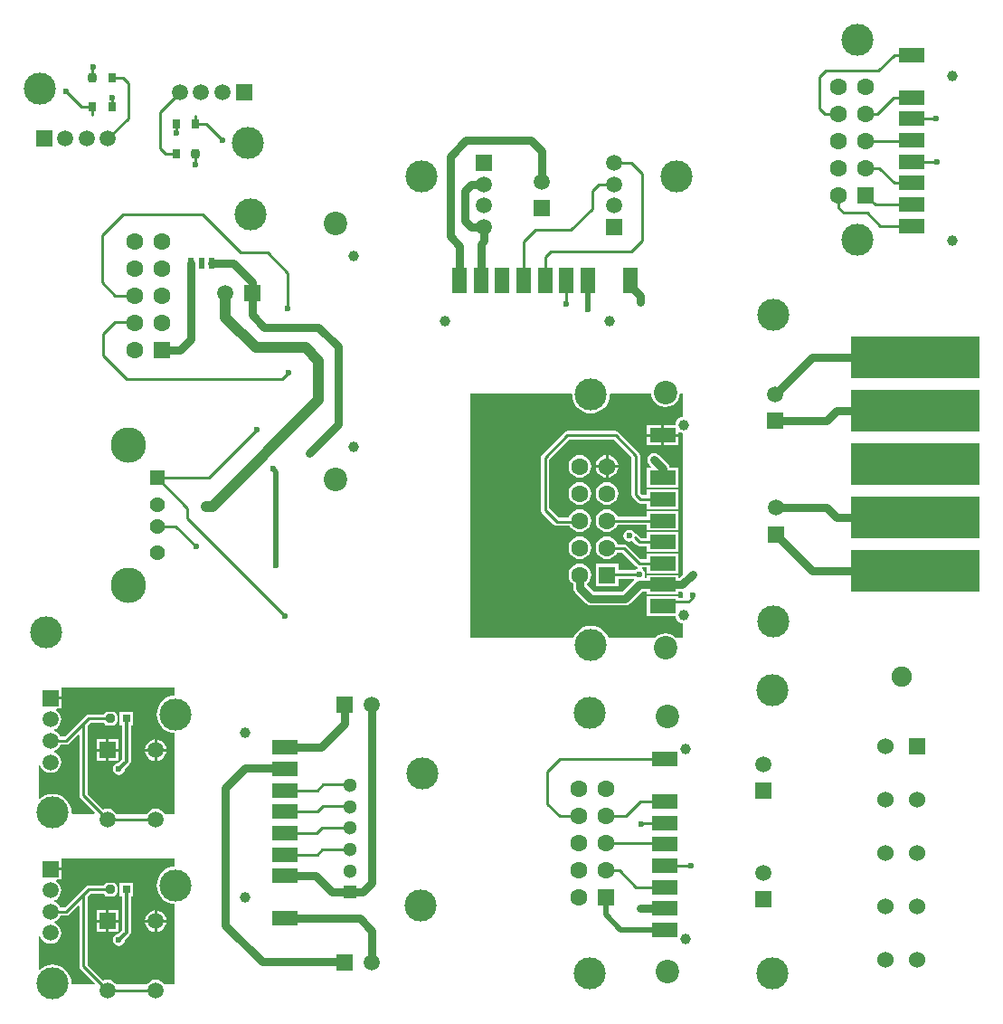
<source format=gbl>
G04*
G04 #@! TF.GenerationSoftware,Altium Limited,Altium Designer,20.1.8 (145)*
G04*
G04 Layer_Physical_Order=2*
G04 Layer_Color=16711680*
%FSLAX25Y25*%
%MOIN*%
G70*
G04*
G04 #@! TF.SameCoordinates,B35A1E83-565F-458B-9861-D0C388072C63*
G04*
G04*
G04 #@! TF.FilePolarity,Positive*
G04*
G01*
G75*
%ADD10C,0.01968*%
%ADD11C,0.02953*%
%ADD12C,0.01181*%
%ADD13C,0.01000*%
%ADD17R,0.47244X0.15748*%
%ADD19R,0.03150X0.03150*%
G04:AMPARAMS|DCode=20|XSize=31.5mil|YSize=31.5mil|CornerRadius=7.87mil|HoleSize=0mil|Usage=FLASHONLY|Rotation=0.000|XOffset=0mil|YOffset=0mil|HoleType=Round|Shape=RoundedRectangle|*
%AMROUNDEDRECTD20*
21,1,0.03150,0.01575,0,0,0.0*
21,1,0.01575,0.03150,0,0,0.0*
1,1,0.01575,0.00787,-0.00787*
1,1,0.01575,-0.00787,-0.00787*
1,1,0.01575,-0.00787,0.00787*
1,1,0.01575,0.00787,0.00787*
%
%ADD20ROUNDEDRECTD20*%
%ADD21R,0.09567X0.05236*%
%ADD28C,0.03937*%
%ADD33C,0.00122*%
%ADD34C,0.05906*%
%ADD35R,0.05906X0.05906*%
%ADD36R,0.05906X0.05906*%
%ADD37C,0.03937*%
%ADD38C,0.11811*%
%ADD39C,0.02362*%
%ADD40C,0.05118*%
%ADD41R,0.05118X0.05118*%
%ADD42C,0.07480*%
%ADD43R,0.06024X0.06024*%
%ADD44C,0.06024*%
%ADD45C,0.06299*%
%ADD46R,0.06299X0.06299*%
%ADD47C,0.08661*%
%ADD48R,0.05622X0.05622*%
%ADD49C,0.05622*%
%ADD50C,0.13055*%
%ADD51R,0.05236X0.09567*%
%ADD52C,0.03000*%
%ADD53R,0.01968X0.03937*%
%ADD54R,0.03150X0.03347*%
G04:AMPARAMS|DCode=55|XSize=33.47mil|YSize=31.5mil|CornerRadius=7.87mil|HoleSize=0mil|Usage=FLASHONLY|Rotation=270.000|XOffset=0mil|YOffset=0mil|HoleType=Round|Shape=RoundedRectangle|*
%AMROUNDEDRECTD55*
21,1,0.03347,0.01575,0,0,270.0*
21,1,0.01772,0.03150,0,0,270.0*
1,1,0.01575,-0.00787,-0.00886*
1,1,0.01575,-0.00787,0.00886*
1,1,0.01575,0.00787,0.00886*
1,1,0.01575,0.00787,-0.00886*
%
%ADD55ROUNDEDRECTD55*%
G36*
X246457Y216952D02*
X245926Y216882D01*
X245204Y216583D01*
X244584Y216107D01*
X244108Y215487D01*
X243809Y214765D01*
X243707Y213990D01*
X243594Y213862D01*
X239476D01*
Y210744D01*
X244760D01*
Y211178D01*
X244838Y211217D01*
X245260Y211374D01*
X245926Y211098D01*
X246457Y211028D01*
Y158934D01*
X245260Y157737D01*
X244760Y157859D01*
Y158744D01*
X233193D01*
Y157651D01*
X232642D01*
X232463Y157986D01*
X232418Y158151D01*
X232576Y158944D01*
X232407Y159795D01*
X231925Y160516D01*
X231634Y160710D01*
X231506Y161390D01*
X231561Y161471D01*
X233193D01*
Y159382D01*
X244760D01*
Y166618D01*
X233193D01*
Y164529D01*
X230948D01*
X225885Y169593D01*
X225388Y169925D01*
X224803Y170041D01*
X222479D01*
X222148Y170841D01*
X221483Y171707D01*
X220616Y172373D01*
X219607Y172791D01*
X218524Y172933D01*
X217440Y172791D01*
X216431Y172373D01*
X215564Y171707D01*
X214899Y170841D01*
X214481Y169831D01*
X214338Y168748D01*
X214481Y167665D01*
X214899Y166655D01*
X215564Y165788D01*
X216431Y165123D01*
X217440Y164705D01*
X218524Y164563D01*
X219607Y164705D01*
X220616Y165123D01*
X221483Y165788D01*
X222148Y166655D01*
X222284Y166982D01*
X224169D01*
X229233Y161918D01*
X229730Y161587D01*
X229814Y161570D01*
Y161061D01*
X229501Y160998D01*
X228780Y160516D01*
X228751Y160473D01*
X222673D01*
Y162898D01*
X214374D01*
Y154598D01*
X222673D01*
Y157414D01*
X228382D01*
X228534Y156914D01*
X228530Y156911D01*
X224151Y152533D01*
X213644D01*
X211168Y155009D01*
X211195Y155568D01*
X211483Y155789D01*
X212148Y156655D01*
X212566Y157665D01*
X212709Y158748D01*
X212566Y159831D01*
X212148Y160841D01*
X211483Y161707D01*
X210616Y162373D01*
X209607Y162791D01*
X208524Y162933D01*
X207440Y162791D01*
X206431Y162373D01*
X205564Y161707D01*
X204899Y160841D01*
X204481Y159831D01*
X204338Y158748D01*
X204481Y157665D01*
X204899Y156655D01*
X205564Y155789D01*
X205999Y155455D01*
Y154083D01*
X206191Y153116D01*
X206738Y152297D01*
X210813Y148222D01*
X211632Y147675D01*
X212598Y147483D01*
X225197D01*
X226163Y147675D01*
X226982Y148222D01*
X231361Y152601D01*
X233193D01*
Y151508D01*
X244760D01*
Y152601D01*
X246219D01*
X246457Y152406D01*
Y150356D01*
X244760D01*
Y150870D01*
X233193D01*
Y143634D01*
X243743D01*
X243809Y143137D01*
X244108Y142414D01*
X244584Y141794D01*
X245204Y141318D01*
X245926Y141019D01*
X246457Y140949D01*
Y135441D01*
X244013D01*
X243810Y135705D01*
X242696Y136560D01*
X241399Y137097D01*
X240008Y137280D01*
X238616Y137097D01*
X237319Y136560D01*
X236206Y135705D01*
X236003Y135441D01*
X219098D01*
X219009Y135734D01*
X218368Y136934D01*
X217505Y137985D01*
X216453Y138848D01*
X215254Y139489D01*
X213952Y139884D01*
X212598Y140018D01*
X211245Y139884D01*
X209943Y139489D01*
X208743Y138848D01*
X207692Y137985D01*
X206829Y136934D01*
X206188Y135734D01*
X206099Y135441D01*
X168110D01*
Y225441D01*
X205445D01*
X205659Y225205D01*
X205793Y223851D01*
X206188Y222549D01*
X206829Y221350D01*
X207692Y220298D01*
X208743Y219435D01*
X209943Y218794D01*
X211245Y218399D01*
X212598Y218266D01*
X213952Y218399D01*
X215254Y218794D01*
X216453Y219435D01*
X217505Y220298D01*
X218368Y221350D01*
X219009Y222549D01*
X219404Y223851D01*
X219537Y225205D01*
X219751Y225441D01*
X234704D01*
X234814Y224606D01*
X235351Y223310D01*
X236206Y222196D01*
X237319Y221342D01*
X238616Y220805D01*
X240008Y220621D01*
X241399Y220805D01*
X242696Y221342D01*
X243810Y222196D01*
X244664Y223310D01*
X245201Y224606D01*
X245311Y225441D01*
X246457D01*
Y216952D01*
D02*
G37*
G36*
X59055Y114274D02*
X58095Y114180D01*
X56793Y113785D01*
X55594Y113144D01*
X54542Y112281D01*
X53679Y111229D01*
X53038Y110029D01*
X52643Y108728D01*
X52510Y107374D01*
X52643Y106020D01*
X53038Y104719D01*
X53679Y103519D01*
X54542Y102468D01*
X55594Y101604D01*
X56793Y100963D01*
X58095Y100568D01*
X59055Y100474D01*
Y70760D01*
X55486D01*
X54984Y71414D01*
X54159Y72047D01*
X53197Y72445D01*
X52165Y72581D01*
X51133Y72445D01*
X50172Y72047D01*
X49346Y71414D01*
X48844Y70760D01*
X37769D01*
X37268Y71414D01*
X36442Y72047D01*
X35481Y72445D01*
X34449Y72581D01*
X33417Y72445D01*
X32953Y72253D01*
X27120Y78086D01*
Y103304D01*
X28086Y104270D01*
X32992D01*
X33357Y103723D01*
X33948Y103328D01*
X34646Y103189D01*
X36220D01*
X36918Y103328D01*
X37509Y103723D01*
X37904Y104314D01*
X38043Y105012D01*
Y106587D01*
X37904Y107284D01*
X37509Y107875D01*
X36918Y108270D01*
X36220Y108409D01*
X34646D01*
X33948Y108270D01*
X33357Y107875D01*
X32992Y107329D01*
X27453D01*
X26867Y107212D01*
X26371Y106881D01*
X24509Y105018D01*
X18658Y99167D01*
X17031D01*
X16838Y99631D01*
X16205Y100457D01*
X15379Y101091D01*
X14863Y101304D01*
Y101845D01*
X15379Y102059D01*
X16205Y102693D01*
X16838Y103518D01*
X17237Y104480D01*
X17373Y105512D01*
X17237Y106544D01*
X16838Y107505D01*
X16205Y108331D01*
X15420Y108933D01*
X15420Y108989D01*
X15755Y109433D01*
X17338D01*
Y112886D01*
X13386D01*
Y113886D01*
X17338D01*
Y117323D01*
X49606Y117323D01*
X59055D01*
Y114274D01*
D02*
G37*
G36*
X24061Y99591D02*
Y77453D01*
X24178Y76868D01*
X24509Y76371D01*
X29658Y71222D01*
X29467Y70760D01*
X21445D01*
X21110Y71130D01*
X21112Y71153D01*
X20979Y72507D01*
X20584Y73809D01*
X19943Y75009D01*
X19080Y76060D01*
X18028Y76923D01*
X16828Y77564D01*
X15527Y77959D01*
X14173Y78092D01*
X12819Y77959D01*
X11518Y77564D01*
X10318Y76923D01*
X9555Y76297D01*
X9055Y76533D01*
Y88639D01*
X9535Y88732D01*
X9933Y87770D01*
X10567Y86945D01*
X11392Y86311D01*
X12354Y85913D01*
X13386Y85777D01*
X14418Y85913D01*
X15379Y86311D01*
X16205Y86945D01*
X16838Y87770D01*
X17237Y88732D01*
X17373Y89764D01*
X17237Y90796D01*
X16838Y91757D01*
X16205Y92583D01*
X15379Y93217D01*
X14863Y93430D01*
Y93971D01*
X15379Y94185D01*
X16205Y94819D01*
X16838Y95644D01*
X17031Y96108D01*
X19291D01*
X19876Y96225D01*
X20373Y96556D01*
X23599Y99783D01*
X24061Y99591D01*
D02*
G37*
G36*
X59055Y51282D02*
X58095Y51187D01*
X56793Y50793D01*
X55594Y50151D01*
X54542Y49288D01*
X53679Y48237D01*
X53038Y47037D01*
X52643Y45736D01*
X52510Y44382D01*
X52643Y43028D01*
X53038Y41726D01*
X53679Y40527D01*
X54542Y39475D01*
X55594Y38612D01*
X56793Y37971D01*
X58095Y37576D01*
X59055Y37482D01*
Y7768D01*
X55486D01*
X54984Y8422D01*
X54159Y9055D01*
X53197Y9453D01*
X52165Y9589D01*
X51134Y9453D01*
X50172Y9055D01*
X49346Y8422D01*
X48845Y7768D01*
X37770D01*
X37268Y8422D01*
X36442Y9055D01*
X35481Y9453D01*
X34449Y9589D01*
X33417Y9453D01*
X32953Y9261D01*
X27120Y15094D01*
Y40311D01*
X28086Y41278D01*
X32992D01*
X33357Y40731D01*
X33948Y40336D01*
X34646Y40197D01*
X36220D01*
X36918Y40336D01*
X37509Y40731D01*
X37904Y41322D01*
X38043Y42020D01*
Y43595D01*
X37904Y44292D01*
X37509Y44883D01*
X36918Y45278D01*
X36220Y45417D01*
X34646D01*
X33948Y45278D01*
X33357Y44883D01*
X32992Y44337D01*
X27453D01*
X26867Y44220D01*
X26371Y43889D01*
X24509Y42026D01*
X18658Y36175D01*
X17031D01*
X16839Y36639D01*
X16205Y37465D01*
X15379Y38098D01*
X14863Y38312D01*
Y38853D01*
X15379Y39067D01*
X16205Y39700D01*
X16839Y40526D01*
X17237Y41488D01*
X17373Y42520D01*
X17237Y43552D01*
X16839Y44513D01*
X16205Y45339D01*
X15420Y45941D01*
X15420Y45997D01*
X15755Y46441D01*
X17339D01*
Y49894D01*
X13386D01*
Y50894D01*
X17339D01*
Y54331D01*
X49606Y54331D01*
X59055D01*
Y51282D01*
D02*
G37*
G36*
X24061Y36599D02*
Y14461D01*
X24178Y13875D01*
X24509Y13379D01*
X29659Y8230D01*
X29467Y7768D01*
X21446D01*
X21110Y8138D01*
X21112Y8161D01*
X20979Y9515D01*
X20584Y10817D01*
X19943Y12016D01*
X19080Y13068D01*
X18028Y13931D01*
X16829Y14572D01*
X15527Y14967D01*
X14173Y15100D01*
X12820Y14967D01*
X11518Y14572D01*
X10318Y13931D01*
X9555Y13305D01*
X9055Y13541D01*
Y25647D01*
X9535Y25740D01*
X9933Y24778D01*
X10567Y23953D01*
X11392Y23319D01*
X12354Y22921D01*
X13386Y22785D01*
X14418Y22921D01*
X15379Y23319D01*
X16205Y23953D01*
X16839Y24778D01*
X17237Y25740D01*
X17373Y26772D01*
X17237Y27804D01*
X16839Y28765D01*
X16205Y29591D01*
X15379Y30224D01*
X14863Y30438D01*
Y30979D01*
X15379Y31193D01*
X16205Y31826D01*
X16839Y32652D01*
X17031Y33116D01*
X19291D01*
X19877Y33233D01*
X20373Y33564D01*
X23599Y36791D01*
X24061Y36599D01*
D02*
G37*
%LPC*%
G36*
X238476Y213862D02*
X233193D01*
Y210744D01*
X238476D01*
Y213862D01*
D02*
G37*
G36*
X244760Y209744D02*
X239476D01*
Y206626D01*
X244760D01*
Y209744D01*
D02*
G37*
G36*
X238476D02*
X233193D01*
Y206626D01*
X238476D01*
Y209744D01*
D02*
G37*
G36*
X219023Y202868D02*
Y199248D01*
X222643D01*
X222566Y199831D01*
X222148Y200841D01*
X221483Y201708D01*
X220616Y202373D01*
X219607Y202791D01*
X219023Y202868D01*
D02*
G37*
G36*
X218023Y202868D02*
X217440Y202791D01*
X216431Y202373D01*
X215564Y201708D01*
X214899Y200841D01*
X214481Y199831D01*
X214404Y199248D01*
X218023D01*
Y202868D01*
D02*
G37*
G36*
Y198248D02*
X214404D01*
X214481Y197665D01*
X214899Y196655D01*
X215564Y195789D01*
X216431Y195123D01*
X217440Y194705D01*
X218023Y194628D01*
Y198248D01*
D02*
G37*
G36*
X222643D02*
X219023D01*
Y194628D01*
X219607Y194705D01*
X220616Y195123D01*
X221483Y195789D01*
X222148Y196655D01*
X222566Y197665D01*
X222643Y198248D01*
D02*
G37*
G36*
X208524Y202933D02*
X207440Y202791D01*
X206431Y202373D01*
X205564Y201708D01*
X204899Y200841D01*
X204481Y199831D01*
X204338Y198748D01*
X204481Y197665D01*
X204899Y196655D01*
X205564Y195789D01*
X206431Y195123D01*
X207440Y194705D01*
X208524Y194563D01*
X209607Y194705D01*
X210616Y195123D01*
X211483Y195789D01*
X212148Y196655D01*
X212566Y197665D01*
X212709Y198748D01*
X212566Y199831D01*
X212148Y200841D01*
X211483Y201708D01*
X210616Y202373D01*
X209607Y202791D01*
X208524Y202933D01*
D02*
G37*
G36*
X235827Y203714D02*
X234860Y203522D01*
X234041Y202974D01*
X233494Y202155D01*
X233302Y201189D01*
X233494Y200223D01*
X234041Y199404D01*
X234869Y198576D01*
X234677Y198114D01*
X233193D01*
Y190878D01*
X244760D01*
Y198114D01*
X241486D01*
X241309Y199006D01*
X240762Y199825D01*
X237612Y202974D01*
X236793Y203522D01*
X235827Y203714D01*
D02*
G37*
G36*
X218524Y192933D02*
X217440Y192791D01*
X216431Y192373D01*
X215564Y191708D01*
X214899Y190841D01*
X214481Y189831D01*
X214338Y188748D01*
X214481Y187665D01*
X214899Y186655D01*
X215564Y185789D01*
X216431Y185123D01*
X217440Y184705D01*
X218524Y184563D01*
X219607Y184705D01*
X220616Y185123D01*
X221483Y185789D01*
X222148Y186655D01*
X222566Y187665D01*
X222709Y188748D01*
X222566Y189831D01*
X222148Y190841D01*
X221483Y191708D01*
X220616Y192373D01*
X219607Y192791D01*
X218524Y192933D01*
D02*
G37*
G36*
X208524D02*
X207440Y192791D01*
X206431Y192373D01*
X205564Y191708D01*
X204899Y190841D01*
X204481Y189831D01*
X204338Y188748D01*
X204481Y187665D01*
X204899Y186655D01*
X205564Y185789D01*
X206431Y185123D01*
X207440Y184705D01*
X208524Y184563D01*
X209607Y184705D01*
X210616Y185123D01*
X211483Y185789D01*
X212148Y186655D01*
X212566Y187665D01*
X212709Y188748D01*
X212566Y189831D01*
X212148Y190841D01*
X211483Y191708D01*
X210616Y192373D01*
X209607Y192791D01*
X208524Y192933D01*
D02*
G37*
G36*
X221653Y211773D02*
X203937D01*
X203352Y211657D01*
X202855Y211326D01*
X194588Y203058D01*
X194256Y202562D01*
X194140Y201976D01*
Y182685D01*
X194256Y182100D01*
X194588Y181604D01*
X198918Y177273D01*
X199415Y176941D01*
X200000Y176825D01*
X204829D01*
X204899Y176655D01*
X205564Y175788D01*
X206431Y175123D01*
X207440Y174705D01*
X208524Y174563D01*
X209607Y174705D01*
X210616Y175123D01*
X211483Y175788D01*
X212148Y176655D01*
X212566Y177665D01*
X212709Y178748D01*
X212566Y179831D01*
X212148Y180841D01*
X211483Y181708D01*
X210616Y182373D01*
X209607Y182791D01*
X208524Y182933D01*
X207440Y182791D01*
X206431Y182373D01*
X205564Y181708D01*
X204899Y180841D01*
X204502Y179884D01*
X200633D01*
X197199Y183318D01*
Y201343D01*
X204570Y208715D01*
X221020D01*
X227604Y202130D01*
Y188197D01*
X227721Y187612D01*
X228052Y187115D01*
X229627Y185541D01*
X230123Y185209D01*
X230709Y185093D01*
X233193D01*
Y183004D01*
X244760D01*
Y190240D01*
X233193D01*
Y188151D01*
X231342D01*
X230663Y188830D01*
Y202764D01*
X230547Y203349D01*
X230215Y203845D01*
X222735Y211326D01*
X222239Y211657D01*
X221653Y211773D01*
D02*
G37*
G36*
X218524Y182933D02*
X217440Y182791D01*
X216431Y182373D01*
X215564Y181708D01*
X214899Y180841D01*
X214481Y179831D01*
X214338Y178748D01*
X214481Y177665D01*
X214899Y176655D01*
X215564Y175788D01*
X216431Y175123D01*
X217440Y174705D01*
X218524Y174563D01*
X219607Y174705D01*
X220616Y175123D01*
X221483Y175788D01*
X222148Y176655D01*
X222381Y177219D01*
X233193D01*
Y175130D01*
X244760D01*
Y182366D01*
X233193D01*
Y180277D01*
X222381D01*
X222148Y180841D01*
X221483Y181708D01*
X220616Y182373D01*
X219607Y182791D01*
X218524Y182933D01*
D02*
G37*
G36*
X226723Y175405D02*
X225872Y175235D01*
X225150Y174753D01*
X224668Y174032D01*
X224499Y173181D01*
X224668Y172330D01*
X225150Y171608D01*
X225872Y171126D01*
X226723Y170957D01*
X227574Y171126D01*
X227769Y171257D01*
X229233Y169793D01*
X229730Y169461D01*
X230315Y169345D01*
X233193D01*
Y167256D01*
X244760D01*
Y174492D01*
X233193D01*
Y172403D01*
X230948D01*
X229821Y173530D01*
X229325Y173862D01*
X228790Y173968D01*
X228777Y174032D01*
X228295Y174753D01*
X227574Y175235D01*
X226723Y175405D01*
D02*
G37*
G36*
X208524Y172933D02*
X207440Y172791D01*
X206431Y172373D01*
X205564Y171707D01*
X204899Y170841D01*
X204481Y169831D01*
X204338Y168748D01*
X204481Y167665D01*
X204899Y166655D01*
X205564Y165788D01*
X206431Y165123D01*
X207440Y164705D01*
X208524Y164563D01*
X209607Y164705D01*
X210616Y165123D01*
X211483Y165788D01*
X212148Y166655D01*
X212566Y167665D01*
X212709Y168748D01*
X212566Y169831D01*
X212148Y170841D01*
X211483Y171707D01*
X210616Y172373D01*
X209607Y172791D01*
X208524Y172933D01*
D02*
G37*
G36*
X52665Y98106D02*
Y94685D01*
X56086D01*
X56016Y95217D01*
X55618Y96179D01*
X54984Y97004D01*
X54159Y97638D01*
X53197Y98036D01*
X52665Y98106D01*
D02*
G37*
G36*
X38401Y98138D02*
X34949D01*
Y94685D01*
X38401D01*
Y98138D01*
D02*
G37*
G36*
X51665Y98106D02*
X51133Y98036D01*
X50172Y97638D01*
X49346Y97004D01*
X48713Y96179D01*
X48314Y95217D01*
X48244Y94685D01*
X51665D01*
Y98106D01*
D02*
G37*
G36*
X33949Y98138D02*
X30496D01*
Y94685D01*
X33949D01*
Y98138D01*
D02*
G37*
G36*
X56086Y93685D02*
X52665D01*
Y90264D01*
X53197Y90334D01*
X54159Y90732D01*
X54984Y91366D01*
X55618Y92192D01*
X56016Y93153D01*
X56086Y93685D01*
D02*
G37*
G36*
X51665D02*
X48244D01*
X48314Y93153D01*
X48713Y92192D01*
X49346Y91366D01*
X50172Y90732D01*
X51133Y90334D01*
X51665Y90264D01*
Y93685D01*
D02*
G37*
G36*
X38401D02*
X34949D01*
Y90232D01*
X38401D01*
Y93685D01*
D02*
G37*
G36*
X33949D02*
X30496D01*
Y90232D01*
X33949D01*
Y93685D01*
D02*
G37*
G36*
X43913Y108374D02*
X38764D01*
Y103224D01*
X39717D01*
Y90723D01*
X38496Y89502D01*
X37732Y89350D01*
X37010Y88868D01*
X36528Y88146D01*
X36359Y87295D01*
X36528Y86444D01*
X37010Y85723D01*
X37732Y85241D01*
X38583Y85071D01*
X39434Y85241D01*
X40155Y85723D01*
X40637Y86444D01*
X40789Y87208D01*
X42485Y88905D01*
X42837Y89431D01*
X42960Y90051D01*
Y103224D01*
X43913D01*
Y108374D01*
D02*
G37*
G36*
X52665Y35114D02*
Y31693D01*
X56086D01*
X56016Y32225D01*
X55618Y33186D01*
X54984Y34012D01*
X54159Y34646D01*
X53197Y35044D01*
X52665Y35114D01*
D02*
G37*
G36*
X38402Y35146D02*
X34949D01*
Y31693D01*
X38402D01*
Y35146D01*
D02*
G37*
G36*
X51665Y35114D02*
X51134Y35044D01*
X50172Y34646D01*
X49346Y34012D01*
X48713Y33186D01*
X48314Y32225D01*
X48244Y31693D01*
X51665D01*
Y35114D01*
D02*
G37*
G36*
X33949Y35146D02*
X30496D01*
Y31693D01*
X33949D01*
Y35146D01*
D02*
G37*
G36*
X56086Y30693D02*
X52665D01*
Y27272D01*
X53197Y27342D01*
X54159Y27740D01*
X54984Y28374D01*
X55618Y29199D01*
X56016Y30161D01*
X56086Y30693D01*
D02*
G37*
G36*
X51665D02*
X48244D01*
X48314Y30161D01*
X48713Y29199D01*
X49346Y28374D01*
X50172Y27740D01*
X51134Y27342D01*
X51665Y27272D01*
Y30693D01*
D02*
G37*
G36*
X38402D02*
X34949D01*
Y27240D01*
X38402D01*
Y30693D01*
D02*
G37*
G36*
X33949D02*
X30496D01*
Y27240D01*
X33949D01*
Y30693D01*
D02*
G37*
G36*
X43913Y45382D02*
X38764D01*
Y40232D01*
X39717D01*
Y27731D01*
X38496Y26510D01*
X37732Y26358D01*
X37010Y25876D01*
X36528Y25154D01*
X36359Y24303D01*
X36528Y23452D01*
X37010Y22731D01*
X37732Y22249D01*
X38583Y22079D01*
X39434Y22249D01*
X40155Y22731D01*
X40637Y23452D01*
X40789Y24216D01*
X42485Y25912D01*
X42837Y26439D01*
X42960Y27059D01*
Y40232D01*
X43913D01*
Y45382D01*
D02*
G37*
%LPD*%
D10*
X211417Y256693D02*
Y267323D01*
X218110Y33465D02*
Y39823D01*
X223622Y27953D02*
X239764D01*
X218110Y33465D02*
X223622Y27953D01*
X95362Y197891D02*
X96543Y196710D01*
Y162150D02*
Y196710D01*
D11*
X160630Y312992D02*
X166535Y318898D01*
X194488Y314961D02*
X190551Y318898D01*
X166535D01*
X164173Y279921D02*
X160630Y283465D01*
X166142Y300394D02*
X168504Y302756D01*
X164173Y267323D02*
Y279921D01*
X160630Y283465D02*
Y312992D01*
X168504Y287008D02*
X166142Y289370D01*
X194488Y303740D02*
Y314961D01*
X166142Y289370D02*
Y300394D01*
X173228Y287008D02*
X168504D01*
X173228Y302756D02*
X168504D01*
X230842Y261481D02*
X227165Y265158D01*
X230842Y259316D02*
Y261481D01*
X173228Y281890D02*
Y287008D01*
X172047Y267323D02*
Y280709D01*
X173228Y281890D01*
X332004Y219394D02*
X303252D01*
X299409Y215551D01*
X280315D01*
X332004Y239079D02*
X294000D01*
X280315Y225394D01*
X299606Y183465D02*
X280709D01*
X332004Y180024D02*
X303047D01*
X299606Y183465D01*
X293992Y160339D02*
X280709Y173622D01*
X332004Y160339D02*
X293992D01*
X230709Y35827D02*
X239764D01*
X108748Y203488D02*
X119378Y214118D01*
Y242858D01*
X92213Y249945D02*
X112291D01*
X119378Y242858D01*
X87685Y254472D02*
Y262543D01*
Y254472D02*
X92213Y249945D01*
X72921Y273567D02*
X80795D01*
X87685Y262543D02*
Y266677D01*
X80795Y273567D02*
X87685Y266677D01*
X54516Y241677D02*
X61110D01*
X65047Y245614D02*
Y273567D01*
X61110Y241677D02*
X65047Y245614D01*
X238976Y198039D02*
Y194496D01*
Y198039D02*
X235827Y201189D01*
X246219Y155126D02*
X238976D01*
X250037Y158944D02*
X246219Y155126D01*
X238976D02*
X230315D01*
X212598Y150008D02*
X208524Y154083D01*
X230315Y155126D02*
X225197Y150008D01*
X212598D01*
X208524Y158748D02*
Y154083D01*
D12*
X41339Y90051D02*
Y105799D01*
X38583Y87295D02*
X41339Y90051D01*
X41339Y27059D02*
Y42807D01*
X38583Y24303D02*
X41339Y27059D01*
D13*
X221063Y310630D02*
X221063Y310630D01*
X227559Y310630D02*
X221063D01*
X231496Y281890D02*
Y306693D01*
X227559Y310630D01*
Y277953D02*
X231496Y281890D01*
X195669Y275984D02*
X197638Y277953D01*
X227559D02*
X197638D01*
X212992Y293701D02*
Y300394D01*
X205118Y285827D02*
X212992Y293701D01*
Y300394D02*
X215354Y302756D01*
X221063D02*
X215354D01*
X205118Y285827D02*
X192126D01*
X187795Y281496D02*
X192126Y285827D01*
X227165Y265158D02*
Y267323D01*
X231102Y259055D02*
X230842Y259316D01*
X187795Y267323D02*
Y281496D01*
X195669Y267323D02*
Y275984D01*
X203543Y267323D02*
X203543Y267323D01*
X203543Y258661D02*
Y267323D01*
X131783Y16000D02*
X131941Y16157D01*
X113441Y65500D02*
X123941D01*
X111567Y63626D02*
X113441Y65500D01*
X111693Y55752D02*
X113567Y57626D01*
X123941D01*
X99941Y55752D02*
X111693D01*
X99941Y63626D02*
X111567D01*
X123815Y73500D02*
X123941Y73374D01*
X113941Y73500D02*
X123815D01*
X99941Y71500D02*
X111941D01*
X113941Y73500D01*
X123689Y81500D02*
X123941Y81248D01*
X113941Y81500D02*
X123689D01*
X99941Y79374D02*
X111815D01*
X113941Y81500D01*
X123941Y56279D02*
X124067Y56406D01*
X339764Y326772D02*
X330709D01*
X330709Y311024D02*
X330709Y311024D01*
X340158Y311024D02*
X330709D01*
X318504Y344488D02*
X299213D01*
X296850Y342126D02*
Y330709D01*
X299213Y344488D02*
X296850Y342126D01*
X303937Y328740D02*
X298819D01*
X296850Y330709D01*
X314016Y308661D02*
X313937Y308740D01*
X318898Y308661D02*
X314016D01*
X330709Y303150D02*
X324410D01*
X318898Y308661D01*
X324410Y350394D02*
X318504Y344488D01*
X330709Y350394D02*
X324410D01*
X318110Y328740D02*
X313937D01*
X324016Y334646D02*
X318110Y328740D01*
X330709Y334646D02*
X324016D01*
X330709Y318898D02*
X330551Y318740D01*
X313937D01*
X330709Y287402D02*
X319291D01*
X314567Y292126D02*
X305906D01*
X319291Y287402D02*
X314567Y292126D01*
X303937Y298740D02*
Y294094D01*
X305906Y292126D02*
X303937Y294094D01*
X330709Y295276D02*
X317402D01*
X313937Y298740D01*
X218110Y39823D02*
X218130Y39843D01*
X240748Y12652D02*
X240795Y12699D01*
X239764Y35827D02*
X239764Y35827D01*
X231471Y66929D02*
X231865Y67323D01*
X239764Y51575D02*
X249606D01*
X231865Y67323D02*
X239764D01*
X231102Y66929D02*
X231471D01*
X229134Y43701D02*
X239764D01*
X222992Y49843D02*
X229134Y43701D01*
X218130Y49843D02*
X222992D01*
X218130Y59842D02*
X239370D01*
X239764Y59449D01*
X230709Y75197D02*
X239764D01*
X225354Y69842D02*
X230709Y75197D01*
X218130Y69842D02*
X225354D01*
X196457Y74410D02*
Y86221D01*
X201181Y90945D02*
X239764D01*
X196457Y86221D02*
X201181Y90945D01*
X196457Y74410D02*
X201024Y69842D01*
X208130D01*
X108173Y202913D02*
X108748Y203488D01*
X93394Y277504D02*
X100874Y270024D01*
Y257031D02*
Y270024D01*
X41425Y231047D02*
X98905D01*
X101268Y233410D01*
X69378Y291677D02*
X83551Y277504D01*
X93394D01*
X70559Y183803D02*
X70667Y183912D01*
X95362Y197891D02*
Y197976D01*
X63866Y179472D02*
X99693Y143646D01*
X52842Y194433D02*
X63866Y183410D01*
Y179472D02*
Y183410D01*
X52842Y176717D02*
X59535D01*
X67016Y169236D01*
X71740Y194433D02*
X89457Y212150D01*
X32764Y239709D02*
X41425Y231047D01*
X44280Y251913D02*
X44437Y251756D01*
X37095Y251913D02*
X44280D01*
X32764Y239709D02*
Y247583D01*
X37095Y251913D01*
X52842Y194433D02*
X71740D01*
X40244Y291677D02*
X69378D01*
X54437Y241756D02*
X54516Y241677D01*
X37095Y261756D02*
X44437D01*
X32370Y266480D02*
Y283803D01*
Y266480D02*
X37095Y261756D01*
X32370Y283803D02*
X40244Y291677D01*
X54437Y281756D02*
X54516Y281835D01*
X218719Y158944D02*
X218524Y158748D01*
X230352Y158944D02*
X218719D01*
X230315Y170874D02*
X228740Y172449D01*
X238976Y170874D02*
X230315D01*
X208524Y178748D02*
X208130Y178354D01*
X200000D01*
X195669Y201976D02*
Y182685D01*
X200000Y178354D02*
X195669Y182685D01*
X203937Y210244D02*
X195669Y201976D01*
X221653Y210244D02*
X203937D01*
X229134Y202764D02*
Y188197D01*
Y202764D02*
X221653Y210244D01*
X230709Y186622D02*
X229134Y188197D01*
X238976Y186622D02*
X230709D01*
X250000Y151189D02*
Y150402D01*
X248425Y148827D01*
X240551D01*
X250037Y158944D02*
X250037D01*
X240551Y148827D02*
X238976Y147252D01*
X218760Y168512D02*
X218524Y168748D01*
X224803Y168512D02*
X218760D01*
X238976Y163000D02*
X230315D01*
X224803Y168512D01*
X238976Y178748D02*
X238976Y178748D01*
X218524D01*
X240008Y131998D02*
X239961Y131951D01*
X28913Y342087D02*
X28957Y342130D01*
Y346043D01*
X29000Y346087D01*
X40000Y342087D02*
X36000D01*
X42000Y326965D02*
Y340087D01*
X40000Y342087D01*
X34622Y319587D02*
X42000Y326965D01*
X28913Y331260D02*
X24827D01*
X19000Y337087D01*
X36000Y331260D02*
Y334587D01*
X28913Y328173D02*
Y331260D01*
X66756Y314087D02*
X66713Y314043D01*
Y310130D01*
X66669Y310087D01*
X55669Y314087D02*
X59669D01*
X53669Y329209D02*
Y316087D01*
X55669Y314087D01*
X61047Y336587D02*
X53669Y329209D01*
X66756Y324913D02*
X70842D01*
X76669Y319087D01*
X59669Y324913D02*
Y321587D01*
X66756Y328000D02*
Y324913D01*
X25590Y77453D02*
X34449Y68594D01*
X25590Y77453D02*
Y103937D01*
X19291Y97638D02*
X25590Y103937D01*
X27453Y105799D01*
X35433D01*
X13386Y97638D02*
X19291D01*
X34449Y68594D02*
X52165D01*
X25591Y14461D02*
X34449Y5602D01*
X25591Y14461D02*
Y40945D01*
X19291Y34646D02*
X25591Y40945D01*
X27453Y42807D01*
X35433D01*
X13386Y34646D02*
X19291D01*
X34449Y5602D02*
X52165D01*
D17*
X332004Y160339D02*
D03*
Y180024D02*
D03*
Y199709D02*
D03*
Y219394D02*
D03*
Y239079D02*
D03*
D19*
X41339Y105799D02*
D03*
X41339Y42807D02*
D03*
D20*
X35433Y105799D02*
D03*
X35433Y42807D02*
D03*
D21*
X99941Y47878D02*
D03*
Y55752D02*
D03*
Y71500D02*
D03*
Y79374D02*
D03*
Y87248D02*
D03*
Y95122D02*
D03*
Y32130D02*
D03*
Y63626D02*
D03*
X330709Y334646D02*
D03*
Y326772D02*
D03*
Y311024D02*
D03*
Y303150D02*
D03*
Y295276D02*
D03*
Y287402D02*
D03*
Y350394D02*
D03*
Y318898D02*
D03*
X239764Y75197D02*
D03*
Y67323D02*
D03*
Y51575D02*
D03*
Y43701D02*
D03*
Y35827D02*
D03*
Y27953D02*
D03*
Y90945D02*
D03*
Y59449D02*
D03*
X238976Y194496D02*
D03*
Y186622D02*
D03*
Y170874D02*
D03*
Y163000D02*
D03*
Y155126D02*
D03*
Y147252D02*
D03*
Y210244D02*
D03*
Y178748D02*
D03*
D28*
X70667Y183912D02*
X73030D01*
X112271Y223153D02*
Y237761D01*
X73030Y183912D02*
X112271Y223153D01*
X107567Y242465D02*
X112271Y237761D01*
X89063Y242465D02*
X107567D01*
X77842Y253685D02*
Y262543D01*
Y253685D02*
X89063Y242465D01*
D33*
X311417Y266929D02*
D03*
X307480D02*
D03*
X299606D02*
D03*
X303543D02*
D03*
Y269685D02*
D03*
X299606D02*
D03*
X307480D02*
D03*
X311417D02*
D03*
X98622Y322047D02*
D03*
Y318110D02*
D03*
Y325984D02*
D03*
Y329921D02*
D03*
X95866D02*
D03*
Y325984D02*
D03*
Y318110D02*
D03*
Y322047D02*
D03*
X77756Y349213D02*
D03*
X73819D02*
D03*
X69882D02*
D03*
X65945D02*
D03*
X77756Y351969D02*
D03*
X73819D02*
D03*
X69882D02*
D03*
X65945D02*
D03*
X16929D02*
D03*
X20866D02*
D03*
X24803D02*
D03*
X28740D02*
D03*
X16929Y349213D02*
D03*
X20866D02*
D03*
X24803D02*
D03*
X28740D02*
D03*
X46850Y322047D02*
D03*
Y318110D02*
D03*
Y325984D02*
D03*
Y329921D02*
D03*
X49606D02*
D03*
Y325984D02*
D03*
Y318110D02*
D03*
Y322047D02*
D03*
X195669Y324803D02*
D03*
X191732D02*
D03*
X199606D02*
D03*
X203543D02*
D03*
Y327559D02*
D03*
X199606D02*
D03*
X191732D02*
D03*
X195669D02*
D03*
X259055Y281102D02*
D03*
Y277165D02*
D03*
Y269291D02*
D03*
Y273228D02*
D03*
X256299D02*
D03*
Y269291D02*
D03*
Y277165D02*
D03*
Y281102D02*
D03*
X311417Y130315D02*
D03*
X307480D02*
D03*
X299606D02*
D03*
X303543D02*
D03*
Y127559D02*
D03*
X299606D02*
D03*
X307480D02*
D03*
X311417D02*
D03*
X195669Y235827D02*
D03*
X191732D02*
D03*
X199606D02*
D03*
X203543D02*
D03*
Y238583D02*
D03*
X199606D02*
D03*
X191732D02*
D03*
X195669D02*
D03*
X259055Y187795D02*
D03*
Y183858D02*
D03*
Y175984D02*
D03*
Y179921D02*
D03*
X256299D02*
D03*
Y175984D02*
D03*
Y183858D02*
D03*
Y187795D02*
D03*
X133858Y239370D02*
D03*
Y235433D02*
D03*
Y243307D02*
D03*
Y247244D02*
D03*
X136614D02*
D03*
Y243307D02*
D03*
Y235433D02*
D03*
Y239370D02*
D03*
X37008Y306693D02*
D03*
X33071D02*
D03*
X25197D02*
D03*
X29134D02*
D03*
Y303937D02*
D03*
X25197D02*
D03*
X33071D02*
D03*
X37008D02*
D03*
X201575Y122047D02*
D03*
X197638D02*
D03*
X189764D02*
D03*
X193701D02*
D03*
Y119291D02*
D03*
X189764D02*
D03*
X197638D02*
D03*
X201575D02*
D03*
X259252Y62205D02*
D03*
Y58268D02*
D03*
Y50394D02*
D03*
Y54331D02*
D03*
X256496D02*
D03*
Y50394D02*
D03*
Y58268D02*
D03*
Y62205D02*
D03*
X161811Y65354D02*
D03*
Y61417D02*
D03*
Y53543D02*
D03*
Y57480D02*
D03*
X164567D02*
D03*
Y53543D02*
D03*
Y61417D02*
D03*
Y65354D02*
D03*
X109055Y122835D02*
D03*
X105118D02*
D03*
X97244D02*
D03*
X101181D02*
D03*
Y125591D02*
D03*
X97244D02*
D03*
X105118D02*
D03*
X109055D02*
D03*
X36614Y122835D02*
D03*
X32677D02*
D03*
X24803D02*
D03*
X28740D02*
D03*
Y125591D02*
D03*
X24803D02*
D03*
X32677D02*
D03*
X36614D02*
D03*
X69291Y92520D02*
D03*
Y88583D02*
D03*
Y80709D02*
D03*
Y84646D02*
D03*
X72047D02*
D03*
Y80709D02*
D03*
Y88583D02*
D03*
Y92520D02*
D03*
X72047Y29528D02*
D03*
Y25591D02*
D03*
Y17717D02*
D03*
Y21654D02*
D03*
X69291D02*
D03*
Y17717D02*
D03*
Y25591D02*
D03*
Y29528D02*
D03*
X36614Y62598D02*
D03*
X32677D02*
D03*
X24803D02*
D03*
X28740D02*
D03*
Y59842D02*
D03*
X24803D02*
D03*
X32677D02*
D03*
X36614D02*
D03*
D34*
X194488Y303740D02*
D03*
X221063Y302756D02*
D03*
Y294882D02*
D03*
Y310630D02*
D03*
X173228Y287008D02*
D03*
Y302756D02*
D03*
Y294882D02*
D03*
X131783Y16000D02*
D03*
X131783Y111000D02*
D03*
X276181Y88976D02*
D03*
Y49016D02*
D03*
X280315Y225394D02*
D03*
X280709Y183465D02*
D03*
X77842Y262543D02*
D03*
X34622Y319587D02*
D03*
X18874D02*
D03*
X26748D02*
D03*
X61047Y336587D02*
D03*
X76795D02*
D03*
X68921D02*
D03*
X13386Y89764D02*
D03*
Y105512D02*
D03*
Y97638D02*
D03*
X34449Y68594D02*
D03*
X52165D02*
D03*
Y94185D02*
D03*
X13386Y26772D02*
D03*
Y42520D02*
D03*
Y34646D02*
D03*
X34449Y5602D02*
D03*
X52165D02*
D03*
Y31193D02*
D03*
D35*
X194488Y293898D02*
D03*
X276181Y79134D02*
D03*
Y39173D02*
D03*
X280315Y215551D02*
D03*
X280709Y173622D02*
D03*
X11000Y319587D02*
D03*
X84669Y336587D02*
D03*
D36*
X221063Y287008D02*
D03*
X173228Y310630D02*
D03*
X121941Y16000D02*
D03*
Y111000D02*
D03*
X87685Y262543D02*
D03*
X13386Y113386D02*
D03*
X34449Y94185D02*
D03*
X13386Y50394D02*
D03*
X34449Y31193D02*
D03*
D37*
X219293Y252362D02*
D03*
X158663D02*
D03*
X84980Y40002D02*
D03*
Y100632D02*
D03*
X345669Y342522D02*
D03*
Y281892D02*
D03*
X247488Y94691D02*
D03*
Y24612D02*
D03*
X125134Y276120D02*
D03*
Y206041D02*
D03*
X246701Y213990D02*
D03*
Y143911D02*
D03*
D38*
X150000Y305512D02*
D03*
X244094D02*
D03*
X149941Y37000D02*
D03*
X150441Y85500D02*
D03*
X279331Y116142D02*
D03*
Y11811D02*
D03*
X279921Y141732D02*
D03*
Y254724D02*
D03*
X310630Y282283D02*
D03*
Y355906D02*
D03*
X212205Y107874D02*
D03*
Y11811D02*
D03*
X11898Y137740D02*
D03*
X87094Y291677D02*
D03*
X212598Y133079D02*
D03*
Y225205D02*
D03*
X9500Y338087D02*
D03*
X86169Y318087D02*
D03*
X59449Y107374D02*
D03*
X14173Y71153D02*
D03*
X59449Y44382D02*
D03*
X14173Y8161D02*
D03*
D39*
X211417Y256693D02*
D03*
X231102Y259055D02*
D03*
X203543Y258661D02*
D03*
X332004Y160339D02*
D03*
Y180024D02*
D03*
Y199709D02*
D03*
Y219394D02*
D03*
Y239079D02*
D03*
X339764Y326772D02*
D03*
X340158Y311024D02*
D03*
X231496Y27953D02*
D03*
X231102Y66929D02*
D03*
X230709Y35827D02*
D03*
X249606Y51575D02*
D03*
X67016Y169236D02*
D03*
X99693Y143646D02*
D03*
X70559Y183803D02*
D03*
X96543Y162150D02*
D03*
X95362Y197976D02*
D03*
X89457Y212150D02*
D03*
X101268Y233410D02*
D03*
X108748Y203488D02*
D03*
X100874Y257031D02*
D03*
X235864Y201070D02*
D03*
X230352Y158944D02*
D03*
X226723Y173181D02*
D03*
X250000Y151189D02*
D03*
X250037Y158944D02*
D03*
X29000Y346087D02*
D03*
X19000Y337087D02*
D03*
X36000Y334587D02*
D03*
X66669Y310087D02*
D03*
X76669Y319087D02*
D03*
X59669Y321587D02*
D03*
X38583Y87295D02*
D03*
X38583Y24303D02*
D03*
D40*
X123941Y81248D02*
D03*
Y73374D02*
D03*
Y65500D02*
D03*
Y57626D02*
D03*
Y49752D02*
D03*
D41*
Y41878D02*
D03*
D42*
X326969Y121260D02*
D03*
D43*
X332874Y95669D02*
D03*
D44*
X321063D02*
D03*
X332874Y75984D02*
D03*
X321063D02*
D03*
X332874Y56299D02*
D03*
X321063D02*
D03*
X332874Y36614D02*
D03*
X321063D02*
D03*
X332874Y16929D02*
D03*
X321063D02*
D03*
D45*
X313937Y338740D02*
D03*
Y328740D02*
D03*
X303937Y338740D02*
D03*
Y328740D02*
D03*
X313937Y318740D02*
D03*
X303937D02*
D03*
Y308740D02*
D03*
X313937D02*
D03*
X303937Y298740D02*
D03*
X218130Y79843D02*
D03*
Y69842D02*
D03*
X208130Y79843D02*
D03*
Y69842D02*
D03*
X218130Y59842D02*
D03*
X208130D02*
D03*
Y49843D02*
D03*
X218130D02*
D03*
X208130Y39843D02*
D03*
X44437Y241756D02*
D03*
X54437Y251756D02*
D03*
X44437D02*
D03*
Y261756D02*
D03*
X54437D02*
D03*
X44437Y271756D02*
D03*
Y281756D02*
D03*
X54437Y271756D02*
D03*
Y281756D02*
D03*
X208524Y158748D02*
D03*
X218524Y168748D02*
D03*
X208524D02*
D03*
Y178748D02*
D03*
X218524D02*
D03*
X208524Y188748D02*
D03*
Y198748D02*
D03*
X218524Y188748D02*
D03*
Y198748D02*
D03*
D46*
X313937Y298740D02*
D03*
X218130Y39843D02*
D03*
X54437Y241756D02*
D03*
X218524Y158748D02*
D03*
D47*
X240795Y12604D02*
D03*
Y106699D02*
D03*
X118441Y194034D02*
D03*
Y288128D02*
D03*
X240008Y131904D02*
D03*
Y225998D02*
D03*
D48*
X52842Y194433D02*
D03*
D49*
Y184591D02*
D03*
Y176717D02*
D03*
Y166874D02*
D03*
D50*
X42173Y206520D02*
D03*
Y154787D02*
D03*
D51*
X211417Y267323D02*
D03*
X203543D02*
D03*
X187795D02*
D03*
X179921D02*
D03*
X172047D02*
D03*
X164173D02*
D03*
X227165D02*
D03*
X195669D02*
D03*
D52*
X121755Y16186D02*
X121941Y16000D01*
X99755Y87434D02*
X99941Y87248D01*
X91441Y16186D02*
X121755D01*
X77941Y29686D02*
X91441Y16186D01*
X77941Y29686D02*
Y80186D01*
X85189Y87434D01*
X99755D01*
X131783Y45342D02*
Y111000D01*
X123941Y41878D02*
X128319D01*
X131783Y45342D01*
X111063Y47878D02*
X117063Y41878D01*
X99941Y47878D02*
X111063D01*
X117063Y41878D02*
X123941D01*
X131941Y16157D02*
Y27500D01*
X99941Y32130D02*
X127311D01*
X131941Y27500D01*
X121941Y104000D02*
Y111000D01*
X99941Y95122D02*
X113063D01*
X121941Y104000D01*
D53*
X65047Y273567D02*
D03*
X68984D02*
D03*
X72921D02*
D03*
D54*
X36000Y331260D02*
D03*
X28913D02*
D03*
X36000Y342087D02*
D03*
X59669Y324913D02*
D03*
X66756D02*
D03*
X59669Y314087D02*
D03*
D55*
X28913Y342087D02*
D03*
X66756Y314087D02*
D03*
M02*

</source>
